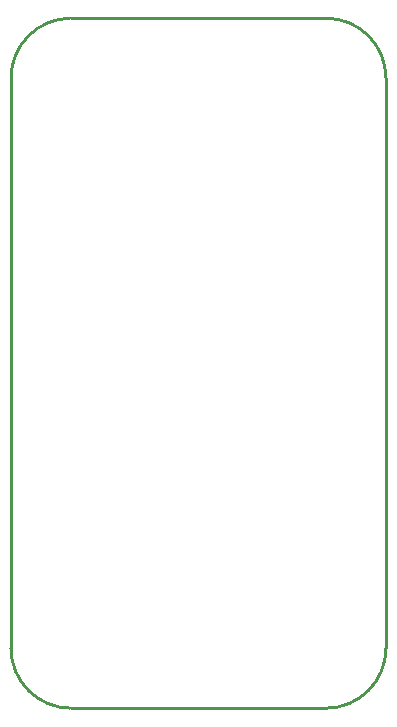
<source format=gko>
G04 Layer_Color=16711935*
%FSLAX24Y24*%
%MOIN*%
G70*
G01*
G75*
%ADD12C,0.0100*%
D12*
X0Y21000D02*
G03*
X-2000Y19000I0J-2000D01*
G01*
Y0D02*
G03*
X0Y-2000I2000J0D01*
G01*
X8500D02*
G03*
X10500Y0I0J2000D01*
G01*
Y19000D02*
G03*
X8500Y21000I-2000J0D01*
G01*
X-2000Y0D02*
Y19000D01*
X0Y21000D02*
X8500D01*
X10500Y0D02*
Y19000D01*
X0Y-2000D02*
X8500D01*
M02*

</source>
